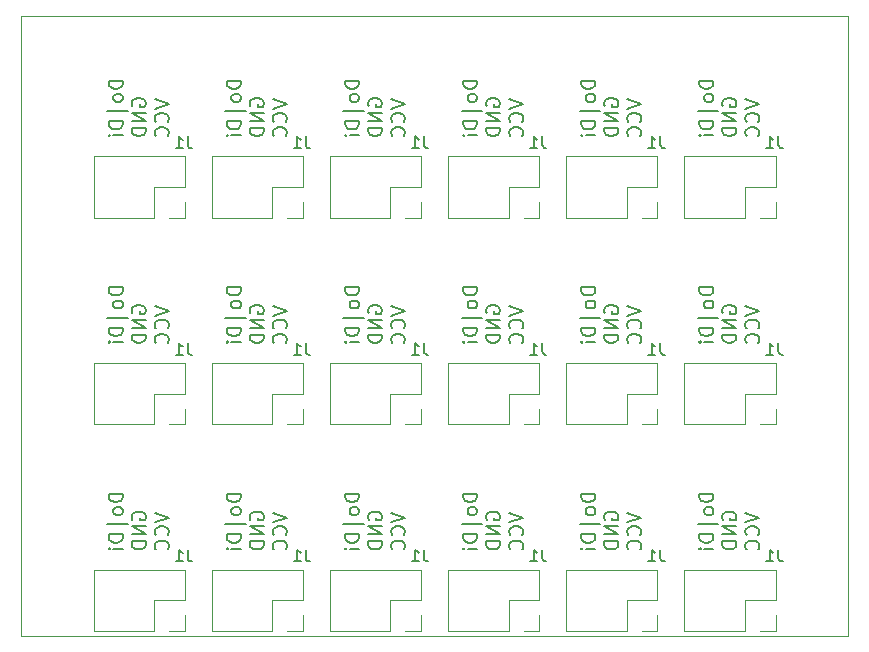
<source format=gbr>
G04 #@! TF.GenerationSoftware,KiCad,Pcbnew,5.1.10-88a1d61d58~90~ubuntu21.04.1*
G04 #@! TF.CreationDate,2021-10-15T10:00:42+02:00*
G04 #@! TF.ProjectId,IndicatorLeds,496e6469-6361-4746-9f72-4c6564732e6b,rev?*
G04 #@! TF.SameCoordinates,Original*
G04 #@! TF.FileFunction,Legend,Bot*
G04 #@! TF.FilePolarity,Positive*
%FSLAX46Y46*%
G04 Gerber Fmt 4.6, Leading zero omitted, Abs format (unit mm)*
G04 Created by KiCad (PCBNEW 5.1.10-88a1d61d58~90~ubuntu21.04.1) date 2021-10-15 10:00:42*
%MOMM*%
%LPD*%
G01*
G04 APERTURE LIST*
G04 #@! TA.AperFunction,Profile*
%ADD10C,0.100000*%
G04 #@! TD*
%ADD11C,0.150000*%
%ADD12C,0.120000*%
G04 APERTURE END LIST*
D10*
X45000000Y-49999000D02*
X110000000Y-49999000D01*
X45000000Y-102501000D02*
X45000000Y-49999000D01*
X115001000Y-102501000D02*
X45000000Y-102501000D01*
X115001000Y-49999000D02*
X115001000Y-102501000D01*
X110000000Y-49999000D02*
X115001000Y-49999000D01*
D11*
X103592883Y-90488225D02*
X102392883Y-90488225D01*
X102392883Y-90773939D01*
X102450026Y-90945368D01*
X102564311Y-91059653D01*
X102678597Y-91116796D01*
X102907168Y-91173939D01*
X103078597Y-91173939D01*
X103307168Y-91116796D01*
X103421454Y-91059653D01*
X103535740Y-90945368D01*
X103592883Y-90773939D01*
X103592883Y-90488225D01*
X103592883Y-91859653D02*
X103535740Y-91745368D01*
X103478597Y-91688225D01*
X103364311Y-91631082D01*
X103021454Y-91631082D01*
X102907168Y-91688225D01*
X102850026Y-91745368D01*
X102792883Y-91859653D01*
X102792883Y-92031082D01*
X102850026Y-92145368D01*
X102907168Y-92202511D01*
X103021454Y-92259653D01*
X103364311Y-92259653D01*
X103478597Y-92202511D01*
X103535740Y-92145368D01*
X103592883Y-92031082D01*
X103592883Y-91859653D01*
X103992883Y-93059653D02*
X102278597Y-93059653D01*
X103592883Y-93916796D02*
X102392883Y-93916796D01*
X102392883Y-94202511D01*
X102450026Y-94373939D01*
X102564311Y-94488225D01*
X102678597Y-94545368D01*
X102907168Y-94602511D01*
X103078597Y-94602511D01*
X103307168Y-94545368D01*
X103421454Y-94488225D01*
X103535740Y-94373939D01*
X103592883Y-94202511D01*
X103592883Y-93916796D01*
X103592883Y-95116796D02*
X102792883Y-95116796D01*
X102392883Y-95116796D02*
X102450026Y-95059653D01*
X102507168Y-95116796D01*
X102450026Y-95173939D01*
X102392883Y-95116796D01*
X102507168Y-95116796D01*
X104400026Y-92659653D02*
X104342883Y-92545368D01*
X104342883Y-92373939D01*
X104400026Y-92202511D01*
X104514311Y-92088225D01*
X104628597Y-92031082D01*
X104857168Y-91973939D01*
X105028597Y-91973939D01*
X105257168Y-92031082D01*
X105371454Y-92088225D01*
X105485740Y-92202511D01*
X105542883Y-92373939D01*
X105542883Y-92488225D01*
X105485740Y-92659653D01*
X105428597Y-92716796D01*
X105028597Y-92716796D01*
X105028597Y-92488225D01*
X105542883Y-93231082D02*
X104342883Y-93231082D01*
X105542883Y-93916796D01*
X104342883Y-93916796D01*
X105542883Y-94488225D02*
X104342883Y-94488225D01*
X104342883Y-94773939D01*
X104400026Y-94945368D01*
X104514311Y-95059653D01*
X104628597Y-95116796D01*
X104857168Y-95173939D01*
X105028597Y-95173939D01*
X105257168Y-95116796D01*
X105371454Y-95059653D01*
X105485740Y-94945368D01*
X105542883Y-94773939D01*
X105542883Y-94488225D01*
X106292883Y-92088225D02*
X107492883Y-92488225D01*
X106292883Y-92888225D01*
X107378597Y-93973939D02*
X107435740Y-93916796D01*
X107492883Y-93745368D01*
X107492883Y-93631082D01*
X107435740Y-93459653D01*
X107321454Y-93345368D01*
X107207168Y-93288225D01*
X106978597Y-93231082D01*
X106807168Y-93231082D01*
X106578597Y-93288225D01*
X106464311Y-93345368D01*
X106350026Y-93459653D01*
X106292883Y-93631082D01*
X106292883Y-93745368D01*
X106350026Y-93916796D01*
X106407168Y-93973939D01*
X107378597Y-95173939D02*
X107435740Y-95116796D01*
X107492883Y-94945368D01*
X107492883Y-94831082D01*
X107435740Y-94659653D01*
X107321454Y-94545368D01*
X107207168Y-94488225D01*
X106978597Y-94431082D01*
X106807168Y-94431082D01*
X106578597Y-94488225D01*
X106464311Y-94545368D01*
X106350026Y-94659653D01*
X106292883Y-94831082D01*
X106292883Y-94945368D01*
X106350026Y-95116796D01*
X106407168Y-95173939D01*
X93592878Y-90488225D02*
X92392878Y-90488225D01*
X92392878Y-90773939D01*
X92450021Y-90945368D01*
X92564306Y-91059653D01*
X92678592Y-91116796D01*
X92907163Y-91173939D01*
X93078592Y-91173939D01*
X93307163Y-91116796D01*
X93421449Y-91059653D01*
X93535735Y-90945368D01*
X93592878Y-90773939D01*
X93592878Y-90488225D01*
X93592878Y-91859653D02*
X93535735Y-91745368D01*
X93478592Y-91688225D01*
X93364306Y-91631082D01*
X93021449Y-91631082D01*
X92907163Y-91688225D01*
X92850021Y-91745368D01*
X92792878Y-91859653D01*
X92792878Y-92031082D01*
X92850021Y-92145368D01*
X92907163Y-92202511D01*
X93021449Y-92259653D01*
X93364306Y-92259653D01*
X93478592Y-92202511D01*
X93535735Y-92145368D01*
X93592878Y-92031082D01*
X93592878Y-91859653D01*
X93992878Y-93059653D02*
X92278592Y-93059653D01*
X93592878Y-93916796D02*
X92392878Y-93916796D01*
X92392878Y-94202511D01*
X92450021Y-94373939D01*
X92564306Y-94488225D01*
X92678592Y-94545368D01*
X92907163Y-94602511D01*
X93078592Y-94602511D01*
X93307163Y-94545368D01*
X93421449Y-94488225D01*
X93535735Y-94373939D01*
X93592878Y-94202511D01*
X93592878Y-93916796D01*
X93592878Y-95116796D02*
X92792878Y-95116796D01*
X92392878Y-95116796D02*
X92450021Y-95059653D01*
X92507163Y-95116796D01*
X92450021Y-95173939D01*
X92392878Y-95116796D01*
X92507163Y-95116796D01*
X94400021Y-92659653D02*
X94342878Y-92545368D01*
X94342878Y-92373939D01*
X94400021Y-92202511D01*
X94514306Y-92088225D01*
X94628592Y-92031082D01*
X94857163Y-91973939D01*
X95028592Y-91973939D01*
X95257163Y-92031082D01*
X95371449Y-92088225D01*
X95485735Y-92202511D01*
X95542878Y-92373939D01*
X95542878Y-92488225D01*
X95485735Y-92659653D01*
X95428592Y-92716796D01*
X95028592Y-92716796D01*
X95028592Y-92488225D01*
X95542878Y-93231082D02*
X94342878Y-93231082D01*
X95542878Y-93916796D01*
X94342878Y-93916796D01*
X95542878Y-94488225D02*
X94342878Y-94488225D01*
X94342878Y-94773939D01*
X94400021Y-94945368D01*
X94514306Y-95059653D01*
X94628592Y-95116796D01*
X94857163Y-95173939D01*
X95028592Y-95173939D01*
X95257163Y-95116796D01*
X95371449Y-95059653D01*
X95485735Y-94945368D01*
X95542878Y-94773939D01*
X95542878Y-94488225D01*
X96292878Y-92088225D02*
X97492878Y-92488225D01*
X96292878Y-92888225D01*
X97378592Y-93973939D02*
X97435735Y-93916796D01*
X97492878Y-93745368D01*
X97492878Y-93631082D01*
X97435735Y-93459653D01*
X97321449Y-93345368D01*
X97207163Y-93288225D01*
X96978592Y-93231082D01*
X96807163Y-93231082D01*
X96578592Y-93288225D01*
X96464306Y-93345368D01*
X96350021Y-93459653D01*
X96292878Y-93631082D01*
X96292878Y-93745368D01*
X96350021Y-93916796D01*
X96407163Y-93973939D01*
X97378592Y-95173939D02*
X97435735Y-95116796D01*
X97492878Y-94945368D01*
X97492878Y-94831082D01*
X97435735Y-94659653D01*
X97321449Y-94545368D01*
X97207163Y-94488225D01*
X96978592Y-94431082D01*
X96807163Y-94431082D01*
X96578592Y-94488225D01*
X96464306Y-94545368D01*
X96350021Y-94659653D01*
X96292878Y-94831082D01*
X96292878Y-94945368D01*
X96350021Y-95116796D01*
X96407163Y-95173939D01*
X83592873Y-90488225D02*
X82392873Y-90488225D01*
X82392873Y-90773939D01*
X82450016Y-90945368D01*
X82564301Y-91059653D01*
X82678587Y-91116796D01*
X82907158Y-91173939D01*
X83078587Y-91173939D01*
X83307158Y-91116796D01*
X83421444Y-91059653D01*
X83535730Y-90945368D01*
X83592873Y-90773939D01*
X83592873Y-90488225D01*
X83592873Y-91859653D02*
X83535730Y-91745368D01*
X83478587Y-91688225D01*
X83364301Y-91631082D01*
X83021444Y-91631082D01*
X82907158Y-91688225D01*
X82850016Y-91745368D01*
X82792873Y-91859653D01*
X82792873Y-92031082D01*
X82850016Y-92145368D01*
X82907158Y-92202511D01*
X83021444Y-92259653D01*
X83364301Y-92259653D01*
X83478587Y-92202511D01*
X83535730Y-92145368D01*
X83592873Y-92031082D01*
X83592873Y-91859653D01*
X83992873Y-93059653D02*
X82278587Y-93059653D01*
X83592873Y-93916796D02*
X82392873Y-93916796D01*
X82392873Y-94202511D01*
X82450016Y-94373939D01*
X82564301Y-94488225D01*
X82678587Y-94545368D01*
X82907158Y-94602511D01*
X83078587Y-94602511D01*
X83307158Y-94545368D01*
X83421444Y-94488225D01*
X83535730Y-94373939D01*
X83592873Y-94202511D01*
X83592873Y-93916796D01*
X83592873Y-95116796D02*
X82792873Y-95116796D01*
X82392873Y-95116796D02*
X82450016Y-95059653D01*
X82507158Y-95116796D01*
X82450016Y-95173939D01*
X82392873Y-95116796D01*
X82507158Y-95116796D01*
X84400016Y-92659653D02*
X84342873Y-92545368D01*
X84342873Y-92373939D01*
X84400016Y-92202511D01*
X84514301Y-92088225D01*
X84628587Y-92031082D01*
X84857158Y-91973939D01*
X85028587Y-91973939D01*
X85257158Y-92031082D01*
X85371444Y-92088225D01*
X85485730Y-92202511D01*
X85542873Y-92373939D01*
X85542873Y-92488225D01*
X85485730Y-92659653D01*
X85428587Y-92716796D01*
X85028587Y-92716796D01*
X85028587Y-92488225D01*
X85542873Y-93231082D02*
X84342873Y-93231082D01*
X85542873Y-93916796D01*
X84342873Y-93916796D01*
X85542873Y-94488225D02*
X84342873Y-94488225D01*
X84342873Y-94773939D01*
X84400016Y-94945368D01*
X84514301Y-95059653D01*
X84628587Y-95116796D01*
X84857158Y-95173939D01*
X85028587Y-95173939D01*
X85257158Y-95116796D01*
X85371444Y-95059653D01*
X85485730Y-94945368D01*
X85542873Y-94773939D01*
X85542873Y-94488225D01*
X86292873Y-92088225D02*
X87492873Y-92488225D01*
X86292873Y-92888225D01*
X87378587Y-93973939D02*
X87435730Y-93916796D01*
X87492873Y-93745368D01*
X87492873Y-93631082D01*
X87435730Y-93459653D01*
X87321444Y-93345368D01*
X87207158Y-93288225D01*
X86978587Y-93231082D01*
X86807158Y-93231082D01*
X86578587Y-93288225D01*
X86464301Y-93345368D01*
X86350016Y-93459653D01*
X86292873Y-93631082D01*
X86292873Y-93745368D01*
X86350016Y-93916796D01*
X86407158Y-93973939D01*
X87378587Y-95173939D02*
X87435730Y-95116796D01*
X87492873Y-94945368D01*
X87492873Y-94831082D01*
X87435730Y-94659653D01*
X87321444Y-94545368D01*
X87207158Y-94488225D01*
X86978587Y-94431082D01*
X86807158Y-94431082D01*
X86578587Y-94488225D01*
X86464301Y-94545368D01*
X86350016Y-94659653D01*
X86292873Y-94831082D01*
X86292873Y-94945368D01*
X86350016Y-95116796D01*
X86407158Y-95173939D01*
X73592868Y-90488225D02*
X72392868Y-90488225D01*
X72392868Y-90773939D01*
X72450011Y-90945368D01*
X72564296Y-91059653D01*
X72678582Y-91116796D01*
X72907153Y-91173939D01*
X73078582Y-91173939D01*
X73307153Y-91116796D01*
X73421439Y-91059653D01*
X73535725Y-90945368D01*
X73592868Y-90773939D01*
X73592868Y-90488225D01*
X73592868Y-91859653D02*
X73535725Y-91745368D01*
X73478582Y-91688225D01*
X73364296Y-91631082D01*
X73021439Y-91631082D01*
X72907153Y-91688225D01*
X72850011Y-91745368D01*
X72792868Y-91859653D01*
X72792868Y-92031082D01*
X72850011Y-92145368D01*
X72907153Y-92202511D01*
X73021439Y-92259653D01*
X73364296Y-92259653D01*
X73478582Y-92202511D01*
X73535725Y-92145368D01*
X73592868Y-92031082D01*
X73592868Y-91859653D01*
X73992868Y-93059653D02*
X72278582Y-93059653D01*
X73592868Y-93916796D02*
X72392868Y-93916796D01*
X72392868Y-94202511D01*
X72450011Y-94373939D01*
X72564296Y-94488225D01*
X72678582Y-94545368D01*
X72907153Y-94602511D01*
X73078582Y-94602511D01*
X73307153Y-94545368D01*
X73421439Y-94488225D01*
X73535725Y-94373939D01*
X73592868Y-94202511D01*
X73592868Y-93916796D01*
X73592868Y-95116796D02*
X72792868Y-95116796D01*
X72392868Y-95116796D02*
X72450011Y-95059653D01*
X72507153Y-95116796D01*
X72450011Y-95173939D01*
X72392868Y-95116796D01*
X72507153Y-95116796D01*
X74400011Y-92659653D02*
X74342868Y-92545368D01*
X74342868Y-92373939D01*
X74400011Y-92202511D01*
X74514296Y-92088225D01*
X74628582Y-92031082D01*
X74857153Y-91973939D01*
X75028582Y-91973939D01*
X75257153Y-92031082D01*
X75371439Y-92088225D01*
X75485725Y-92202511D01*
X75542868Y-92373939D01*
X75542868Y-92488225D01*
X75485725Y-92659653D01*
X75428582Y-92716796D01*
X75028582Y-92716796D01*
X75028582Y-92488225D01*
X75542868Y-93231082D02*
X74342868Y-93231082D01*
X75542868Y-93916796D01*
X74342868Y-93916796D01*
X75542868Y-94488225D02*
X74342868Y-94488225D01*
X74342868Y-94773939D01*
X74400011Y-94945368D01*
X74514296Y-95059653D01*
X74628582Y-95116796D01*
X74857153Y-95173939D01*
X75028582Y-95173939D01*
X75257153Y-95116796D01*
X75371439Y-95059653D01*
X75485725Y-94945368D01*
X75542868Y-94773939D01*
X75542868Y-94488225D01*
X76292868Y-92088225D02*
X77492868Y-92488225D01*
X76292868Y-92888225D01*
X77378582Y-93973939D02*
X77435725Y-93916796D01*
X77492868Y-93745368D01*
X77492868Y-93631082D01*
X77435725Y-93459653D01*
X77321439Y-93345368D01*
X77207153Y-93288225D01*
X76978582Y-93231082D01*
X76807153Y-93231082D01*
X76578582Y-93288225D01*
X76464296Y-93345368D01*
X76350011Y-93459653D01*
X76292868Y-93631082D01*
X76292868Y-93745368D01*
X76350011Y-93916796D01*
X76407153Y-93973939D01*
X77378582Y-95173939D02*
X77435725Y-95116796D01*
X77492868Y-94945368D01*
X77492868Y-94831082D01*
X77435725Y-94659653D01*
X77321439Y-94545368D01*
X77207153Y-94488225D01*
X76978582Y-94431082D01*
X76807153Y-94431082D01*
X76578582Y-94488225D01*
X76464296Y-94545368D01*
X76350011Y-94659653D01*
X76292868Y-94831082D01*
X76292868Y-94945368D01*
X76350011Y-95116796D01*
X76407153Y-95173939D01*
X63592863Y-90488225D02*
X62392863Y-90488225D01*
X62392863Y-90773939D01*
X62450006Y-90945368D01*
X62564291Y-91059653D01*
X62678577Y-91116796D01*
X62907148Y-91173939D01*
X63078577Y-91173939D01*
X63307148Y-91116796D01*
X63421434Y-91059653D01*
X63535720Y-90945368D01*
X63592863Y-90773939D01*
X63592863Y-90488225D01*
X63592863Y-91859653D02*
X63535720Y-91745368D01*
X63478577Y-91688225D01*
X63364291Y-91631082D01*
X63021434Y-91631082D01*
X62907148Y-91688225D01*
X62850006Y-91745368D01*
X62792863Y-91859653D01*
X62792863Y-92031082D01*
X62850006Y-92145368D01*
X62907148Y-92202511D01*
X63021434Y-92259653D01*
X63364291Y-92259653D01*
X63478577Y-92202511D01*
X63535720Y-92145368D01*
X63592863Y-92031082D01*
X63592863Y-91859653D01*
X63992863Y-93059653D02*
X62278577Y-93059653D01*
X63592863Y-93916796D02*
X62392863Y-93916796D01*
X62392863Y-94202511D01*
X62450006Y-94373939D01*
X62564291Y-94488225D01*
X62678577Y-94545368D01*
X62907148Y-94602511D01*
X63078577Y-94602511D01*
X63307148Y-94545368D01*
X63421434Y-94488225D01*
X63535720Y-94373939D01*
X63592863Y-94202511D01*
X63592863Y-93916796D01*
X63592863Y-95116796D02*
X62792863Y-95116796D01*
X62392863Y-95116796D02*
X62450006Y-95059653D01*
X62507148Y-95116796D01*
X62450006Y-95173939D01*
X62392863Y-95116796D01*
X62507148Y-95116796D01*
X64400006Y-92659653D02*
X64342863Y-92545368D01*
X64342863Y-92373939D01*
X64400006Y-92202511D01*
X64514291Y-92088225D01*
X64628577Y-92031082D01*
X64857148Y-91973939D01*
X65028577Y-91973939D01*
X65257148Y-92031082D01*
X65371434Y-92088225D01*
X65485720Y-92202511D01*
X65542863Y-92373939D01*
X65542863Y-92488225D01*
X65485720Y-92659653D01*
X65428577Y-92716796D01*
X65028577Y-92716796D01*
X65028577Y-92488225D01*
X65542863Y-93231082D02*
X64342863Y-93231082D01*
X65542863Y-93916796D01*
X64342863Y-93916796D01*
X65542863Y-94488225D02*
X64342863Y-94488225D01*
X64342863Y-94773939D01*
X64400006Y-94945368D01*
X64514291Y-95059653D01*
X64628577Y-95116796D01*
X64857148Y-95173939D01*
X65028577Y-95173939D01*
X65257148Y-95116796D01*
X65371434Y-95059653D01*
X65485720Y-94945368D01*
X65542863Y-94773939D01*
X65542863Y-94488225D01*
X66292863Y-92088225D02*
X67492863Y-92488225D01*
X66292863Y-92888225D01*
X67378577Y-93973939D02*
X67435720Y-93916796D01*
X67492863Y-93745368D01*
X67492863Y-93631082D01*
X67435720Y-93459653D01*
X67321434Y-93345368D01*
X67207148Y-93288225D01*
X66978577Y-93231082D01*
X66807148Y-93231082D01*
X66578577Y-93288225D01*
X66464291Y-93345368D01*
X66350006Y-93459653D01*
X66292863Y-93631082D01*
X66292863Y-93745368D01*
X66350006Y-93916796D01*
X66407148Y-93973939D01*
X67378577Y-95173939D02*
X67435720Y-95116796D01*
X67492863Y-94945368D01*
X67492863Y-94831082D01*
X67435720Y-94659653D01*
X67321434Y-94545368D01*
X67207148Y-94488225D01*
X66978577Y-94431082D01*
X66807148Y-94431082D01*
X66578577Y-94488225D01*
X66464291Y-94545368D01*
X66350006Y-94659653D01*
X66292863Y-94831082D01*
X66292863Y-94945368D01*
X66350006Y-95116796D01*
X66407148Y-95173939D01*
X53592858Y-90488225D02*
X52392858Y-90488225D01*
X52392858Y-90773939D01*
X52450001Y-90945368D01*
X52564286Y-91059653D01*
X52678572Y-91116796D01*
X52907143Y-91173939D01*
X53078572Y-91173939D01*
X53307143Y-91116796D01*
X53421429Y-91059653D01*
X53535715Y-90945368D01*
X53592858Y-90773939D01*
X53592858Y-90488225D01*
X53592858Y-91859653D02*
X53535715Y-91745368D01*
X53478572Y-91688225D01*
X53364286Y-91631082D01*
X53021429Y-91631082D01*
X52907143Y-91688225D01*
X52850001Y-91745368D01*
X52792858Y-91859653D01*
X52792858Y-92031082D01*
X52850001Y-92145368D01*
X52907143Y-92202511D01*
X53021429Y-92259653D01*
X53364286Y-92259653D01*
X53478572Y-92202511D01*
X53535715Y-92145368D01*
X53592858Y-92031082D01*
X53592858Y-91859653D01*
X53992858Y-93059653D02*
X52278572Y-93059653D01*
X53592858Y-93916796D02*
X52392858Y-93916796D01*
X52392858Y-94202511D01*
X52450001Y-94373939D01*
X52564286Y-94488225D01*
X52678572Y-94545368D01*
X52907143Y-94602511D01*
X53078572Y-94602511D01*
X53307143Y-94545368D01*
X53421429Y-94488225D01*
X53535715Y-94373939D01*
X53592858Y-94202511D01*
X53592858Y-93916796D01*
X53592858Y-95116796D02*
X52792858Y-95116796D01*
X52392858Y-95116796D02*
X52450001Y-95059653D01*
X52507143Y-95116796D01*
X52450001Y-95173939D01*
X52392858Y-95116796D01*
X52507143Y-95116796D01*
X54400001Y-92659653D02*
X54342858Y-92545368D01*
X54342858Y-92373939D01*
X54400001Y-92202511D01*
X54514286Y-92088225D01*
X54628572Y-92031082D01*
X54857143Y-91973939D01*
X55028572Y-91973939D01*
X55257143Y-92031082D01*
X55371429Y-92088225D01*
X55485715Y-92202511D01*
X55542858Y-92373939D01*
X55542858Y-92488225D01*
X55485715Y-92659653D01*
X55428572Y-92716796D01*
X55028572Y-92716796D01*
X55028572Y-92488225D01*
X55542858Y-93231082D02*
X54342858Y-93231082D01*
X55542858Y-93916796D01*
X54342858Y-93916796D01*
X55542858Y-94488225D02*
X54342858Y-94488225D01*
X54342858Y-94773939D01*
X54400001Y-94945368D01*
X54514286Y-95059653D01*
X54628572Y-95116796D01*
X54857143Y-95173939D01*
X55028572Y-95173939D01*
X55257143Y-95116796D01*
X55371429Y-95059653D01*
X55485715Y-94945368D01*
X55542858Y-94773939D01*
X55542858Y-94488225D01*
X56292858Y-92088225D02*
X57492858Y-92488225D01*
X56292858Y-92888225D01*
X57378572Y-93973939D02*
X57435715Y-93916796D01*
X57492858Y-93745368D01*
X57492858Y-93631082D01*
X57435715Y-93459653D01*
X57321429Y-93345368D01*
X57207143Y-93288225D01*
X56978572Y-93231082D01*
X56807143Y-93231082D01*
X56578572Y-93288225D01*
X56464286Y-93345368D01*
X56350001Y-93459653D01*
X56292858Y-93631082D01*
X56292858Y-93745368D01*
X56350001Y-93916796D01*
X56407143Y-93973939D01*
X57378572Y-95173939D02*
X57435715Y-95116796D01*
X57492858Y-94945368D01*
X57492858Y-94831082D01*
X57435715Y-94659653D01*
X57321429Y-94545368D01*
X57207143Y-94488225D01*
X56978572Y-94431082D01*
X56807143Y-94431082D01*
X56578572Y-94488225D01*
X56464286Y-94545368D01*
X56350001Y-94659653D01*
X56292858Y-94831082D01*
X56292858Y-94945368D01*
X56350001Y-95116796D01*
X56407143Y-95173939D01*
X103592883Y-72988220D02*
X102392883Y-72988220D01*
X102392883Y-73273934D01*
X102450026Y-73445363D01*
X102564311Y-73559648D01*
X102678597Y-73616791D01*
X102907168Y-73673934D01*
X103078597Y-73673934D01*
X103307168Y-73616791D01*
X103421454Y-73559648D01*
X103535740Y-73445363D01*
X103592883Y-73273934D01*
X103592883Y-72988220D01*
X103592883Y-74359648D02*
X103535740Y-74245363D01*
X103478597Y-74188220D01*
X103364311Y-74131077D01*
X103021454Y-74131077D01*
X102907168Y-74188220D01*
X102850026Y-74245363D01*
X102792883Y-74359648D01*
X102792883Y-74531077D01*
X102850026Y-74645363D01*
X102907168Y-74702506D01*
X103021454Y-74759648D01*
X103364311Y-74759648D01*
X103478597Y-74702506D01*
X103535740Y-74645363D01*
X103592883Y-74531077D01*
X103592883Y-74359648D01*
X103992883Y-75559648D02*
X102278597Y-75559648D01*
X103592883Y-76416791D02*
X102392883Y-76416791D01*
X102392883Y-76702506D01*
X102450026Y-76873934D01*
X102564311Y-76988220D01*
X102678597Y-77045363D01*
X102907168Y-77102506D01*
X103078597Y-77102506D01*
X103307168Y-77045363D01*
X103421454Y-76988220D01*
X103535740Y-76873934D01*
X103592883Y-76702506D01*
X103592883Y-76416791D01*
X103592883Y-77616791D02*
X102792883Y-77616791D01*
X102392883Y-77616791D02*
X102450026Y-77559648D01*
X102507168Y-77616791D01*
X102450026Y-77673934D01*
X102392883Y-77616791D01*
X102507168Y-77616791D01*
X104400026Y-75159648D02*
X104342883Y-75045363D01*
X104342883Y-74873934D01*
X104400026Y-74702506D01*
X104514311Y-74588220D01*
X104628597Y-74531077D01*
X104857168Y-74473934D01*
X105028597Y-74473934D01*
X105257168Y-74531077D01*
X105371454Y-74588220D01*
X105485740Y-74702506D01*
X105542883Y-74873934D01*
X105542883Y-74988220D01*
X105485740Y-75159648D01*
X105428597Y-75216791D01*
X105028597Y-75216791D01*
X105028597Y-74988220D01*
X105542883Y-75731077D02*
X104342883Y-75731077D01*
X105542883Y-76416791D01*
X104342883Y-76416791D01*
X105542883Y-76988220D02*
X104342883Y-76988220D01*
X104342883Y-77273934D01*
X104400026Y-77445363D01*
X104514311Y-77559648D01*
X104628597Y-77616791D01*
X104857168Y-77673934D01*
X105028597Y-77673934D01*
X105257168Y-77616791D01*
X105371454Y-77559648D01*
X105485740Y-77445363D01*
X105542883Y-77273934D01*
X105542883Y-76988220D01*
X106292883Y-74588220D02*
X107492883Y-74988220D01*
X106292883Y-75388220D01*
X107378597Y-76473934D02*
X107435740Y-76416791D01*
X107492883Y-76245363D01*
X107492883Y-76131077D01*
X107435740Y-75959648D01*
X107321454Y-75845363D01*
X107207168Y-75788220D01*
X106978597Y-75731077D01*
X106807168Y-75731077D01*
X106578597Y-75788220D01*
X106464311Y-75845363D01*
X106350026Y-75959648D01*
X106292883Y-76131077D01*
X106292883Y-76245363D01*
X106350026Y-76416791D01*
X106407168Y-76473934D01*
X107378597Y-77673934D02*
X107435740Y-77616791D01*
X107492883Y-77445363D01*
X107492883Y-77331077D01*
X107435740Y-77159648D01*
X107321454Y-77045363D01*
X107207168Y-76988220D01*
X106978597Y-76931077D01*
X106807168Y-76931077D01*
X106578597Y-76988220D01*
X106464311Y-77045363D01*
X106350026Y-77159648D01*
X106292883Y-77331077D01*
X106292883Y-77445363D01*
X106350026Y-77616791D01*
X106407168Y-77673934D01*
X93592878Y-72988220D02*
X92392878Y-72988220D01*
X92392878Y-73273934D01*
X92450021Y-73445363D01*
X92564306Y-73559648D01*
X92678592Y-73616791D01*
X92907163Y-73673934D01*
X93078592Y-73673934D01*
X93307163Y-73616791D01*
X93421449Y-73559648D01*
X93535735Y-73445363D01*
X93592878Y-73273934D01*
X93592878Y-72988220D01*
X93592878Y-74359648D02*
X93535735Y-74245363D01*
X93478592Y-74188220D01*
X93364306Y-74131077D01*
X93021449Y-74131077D01*
X92907163Y-74188220D01*
X92850021Y-74245363D01*
X92792878Y-74359648D01*
X92792878Y-74531077D01*
X92850021Y-74645363D01*
X92907163Y-74702506D01*
X93021449Y-74759648D01*
X93364306Y-74759648D01*
X93478592Y-74702506D01*
X93535735Y-74645363D01*
X93592878Y-74531077D01*
X93592878Y-74359648D01*
X93992878Y-75559648D02*
X92278592Y-75559648D01*
X93592878Y-76416791D02*
X92392878Y-76416791D01*
X92392878Y-76702506D01*
X92450021Y-76873934D01*
X92564306Y-76988220D01*
X92678592Y-77045363D01*
X92907163Y-77102506D01*
X93078592Y-77102506D01*
X93307163Y-77045363D01*
X93421449Y-76988220D01*
X93535735Y-76873934D01*
X93592878Y-76702506D01*
X93592878Y-76416791D01*
X93592878Y-77616791D02*
X92792878Y-77616791D01*
X92392878Y-77616791D02*
X92450021Y-77559648D01*
X92507163Y-77616791D01*
X92450021Y-77673934D01*
X92392878Y-77616791D01*
X92507163Y-77616791D01*
X94400021Y-75159648D02*
X94342878Y-75045363D01*
X94342878Y-74873934D01*
X94400021Y-74702506D01*
X94514306Y-74588220D01*
X94628592Y-74531077D01*
X94857163Y-74473934D01*
X95028592Y-74473934D01*
X95257163Y-74531077D01*
X95371449Y-74588220D01*
X95485735Y-74702506D01*
X95542878Y-74873934D01*
X95542878Y-74988220D01*
X95485735Y-75159648D01*
X95428592Y-75216791D01*
X95028592Y-75216791D01*
X95028592Y-74988220D01*
X95542878Y-75731077D02*
X94342878Y-75731077D01*
X95542878Y-76416791D01*
X94342878Y-76416791D01*
X95542878Y-76988220D02*
X94342878Y-76988220D01*
X94342878Y-77273934D01*
X94400021Y-77445363D01*
X94514306Y-77559648D01*
X94628592Y-77616791D01*
X94857163Y-77673934D01*
X95028592Y-77673934D01*
X95257163Y-77616791D01*
X95371449Y-77559648D01*
X95485735Y-77445363D01*
X95542878Y-77273934D01*
X95542878Y-76988220D01*
X96292878Y-74588220D02*
X97492878Y-74988220D01*
X96292878Y-75388220D01*
X97378592Y-76473934D02*
X97435735Y-76416791D01*
X97492878Y-76245363D01*
X97492878Y-76131077D01*
X97435735Y-75959648D01*
X97321449Y-75845363D01*
X97207163Y-75788220D01*
X96978592Y-75731077D01*
X96807163Y-75731077D01*
X96578592Y-75788220D01*
X96464306Y-75845363D01*
X96350021Y-75959648D01*
X96292878Y-76131077D01*
X96292878Y-76245363D01*
X96350021Y-76416791D01*
X96407163Y-76473934D01*
X97378592Y-77673934D02*
X97435735Y-77616791D01*
X97492878Y-77445363D01*
X97492878Y-77331077D01*
X97435735Y-77159648D01*
X97321449Y-77045363D01*
X97207163Y-76988220D01*
X96978592Y-76931077D01*
X96807163Y-76931077D01*
X96578592Y-76988220D01*
X96464306Y-77045363D01*
X96350021Y-77159648D01*
X96292878Y-77331077D01*
X96292878Y-77445363D01*
X96350021Y-77616791D01*
X96407163Y-77673934D01*
X83592873Y-72988220D02*
X82392873Y-72988220D01*
X82392873Y-73273934D01*
X82450016Y-73445363D01*
X82564301Y-73559648D01*
X82678587Y-73616791D01*
X82907158Y-73673934D01*
X83078587Y-73673934D01*
X83307158Y-73616791D01*
X83421444Y-73559648D01*
X83535730Y-73445363D01*
X83592873Y-73273934D01*
X83592873Y-72988220D01*
X83592873Y-74359648D02*
X83535730Y-74245363D01*
X83478587Y-74188220D01*
X83364301Y-74131077D01*
X83021444Y-74131077D01*
X82907158Y-74188220D01*
X82850016Y-74245363D01*
X82792873Y-74359648D01*
X82792873Y-74531077D01*
X82850016Y-74645363D01*
X82907158Y-74702506D01*
X83021444Y-74759648D01*
X83364301Y-74759648D01*
X83478587Y-74702506D01*
X83535730Y-74645363D01*
X83592873Y-74531077D01*
X83592873Y-74359648D01*
X83992873Y-75559648D02*
X82278587Y-75559648D01*
X83592873Y-76416791D02*
X82392873Y-76416791D01*
X82392873Y-76702506D01*
X82450016Y-76873934D01*
X82564301Y-76988220D01*
X82678587Y-77045363D01*
X82907158Y-77102506D01*
X83078587Y-77102506D01*
X83307158Y-77045363D01*
X83421444Y-76988220D01*
X83535730Y-76873934D01*
X83592873Y-76702506D01*
X83592873Y-76416791D01*
X83592873Y-77616791D02*
X82792873Y-77616791D01*
X82392873Y-77616791D02*
X82450016Y-77559648D01*
X82507158Y-77616791D01*
X82450016Y-77673934D01*
X82392873Y-77616791D01*
X82507158Y-77616791D01*
X84400016Y-75159648D02*
X84342873Y-75045363D01*
X84342873Y-74873934D01*
X84400016Y-74702506D01*
X84514301Y-74588220D01*
X84628587Y-74531077D01*
X84857158Y-74473934D01*
X85028587Y-74473934D01*
X85257158Y-74531077D01*
X85371444Y-74588220D01*
X85485730Y-74702506D01*
X85542873Y-74873934D01*
X85542873Y-74988220D01*
X85485730Y-75159648D01*
X85428587Y-75216791D01*
X85028587Y-75216791D01*
X85028587Y-74988220D01*
X85542873Y-75731077D02*
X84342873Y-75731077D01*
X85542873Y-76416791D01*
X84342873Y-76416791D01*
X85542873Y-76988220D02*
X84342873Y-76988220D01*
X84342873Y-77273934D01*
X84400016Y-77445363D01*
X84514301Y-77559648D01*
X84628587Y-77616791D01*
X84857158Y-77673934D01*
X85028587Y-77673934D01*
X85257158Y-77616791D01*
X85371444Y-77559648D01*
X85485730Y-77445363D01*
X85542873Y-77273934D01*
X85542873Y-76988220D01*
X86292873Y-74588220D02*
X87492873Y-74988220D01*
X86292873Y-75388220D01*
X87378587Y-76473934D02*
X87435730Y-76416791D01*
X87492873Y-76245363D01*
X87492873Y-76131077D01*
X87435730Y-75959648D01*
X87321444Y-75845363D01*
X87207158Y-75788220D01*
X86978587Y-75731077D01*
X86807158Y-75731077D01*
X86578587Y-75788220D01*
X86464301Y-75845363D01*
X86350016Y-75959648D01*
X86292873Y-76131077D01*
X86292873Y-76245363D01*
X86350016Y-76416791D01*
X86407158Y-76473934D01*
X87378587Y-77673934D02*
X87435730Y-77616791D01*
X87492873Y-77445363D01*
X87492873Y-77331077D01*
X87435730Y-77159648D01*
X87321444Y-77045363D01*
X87207158Y-76988220D01*
X86978587Y-76931077D01*
X86807158Y-76931077D01*
X86578587Y-76988220D01*
X86464301Y-77045363D01*
X86350016Y-77159648D01*
X86292873Y-77331077D01*
X86292873Y-77445363D01*
X86350016Y-77616791D01*
X86407158Y-77673934D01*
X73592868Y-72988220D02*
X72392868Y-72988220D01*
X72392868Y-73273934D01*
X72450011Y-73445363D01*
X72564296Y-73559648D01*
X72678582Y-73616791D01*
X72907153Y-73673934D01*
X73078582Y-73673934D01*
X73307153Y-73616791D01*
X73421439Y-73559648D01*
X73535725Y-73445363D01*
X73592868Y-73273934D01*
X73592868Y-72988220D01*
X73592868Y-74359648D02*
X73535725Y-74245363D01*
X73478582Y-74188220D01*
X73364296Y-74131077D01*
X73021439Y-74131077D01*
X72907153Y-74188220D01*
X72850011Y-74245363D01*
X72792868Y-74359648D01*
X72792868Y-74531077D01*
X72850011Y-74645363D01*
X72907153Y-74702506D01*
X73021439Y-74759648D01*
X73364296Y-74759648D01*
X73478582Y-74702506D01*
X73535725Y-74645363D01*
X73592868Y-74531077D01*
X73592868Y-74359648D01*
X73992868Y-75559648D02*
X72278582Y-75559648D01*
X73592868Y-76416791D02*
X72392868Y-76416791D01*
X72392868Y-76702506D01*
X72450011Y-76873934D01*
X72564296Y-76988220D01*
X72678582Y-77045363D01*
X72907153Y-77102506D01*
X73078582Y-77102506D01*
X73307153Y-77045363D01*
X73421439Y-76988220D01*
X73535725Y-76873934D01*
X73592868Y-76702506D01*
X73592868Y-76416791D01*
X73592868Y-77616791D02*
X72792868Y-77616791D01*
X72392868Y-77616791D02*
X72450011Y-77559648D01*
X72507153Y-77616791D01*
X72450011Y-77673934D01*
X72392868Y-77616791D01*
X72507153Y-77616791D01*
X74400011Y-75159648D02*
X74342868Y-75045363D01*
X74342868Y-74873934D01*
X74400011Y-74702506D01*
X74514296Y-74588220D01*
X74628582Y-74531077D01*
X74857153Y-74473934D01*
X75028582Y-74473934D01*
X75257153Y-74531077D01*
X75371439Y-74588220D01*
X75485725Y-74702506D01*
X75542868Y-74873934D01*
X75542868Y-74988220D01*
X75485725Y-75159648D01*
X75428582Y-75216791D01*
X75028582Y-75216791D01*
X75028582Y-74988220D01*
X75542868Y-75731077D02*
X74342868Y-75731077D01*
X75542868Y-76416791D01*
X74342868Y-76416791D01*
X75542868Y-76988220D02*
X74342868Y-76988220D01*
X74342868Y-77273934D01*
X74400011Y-77445363D01*
X74514296Y-77559648D01*
X74628582Y-77616791D01*
X74857153Y-77673934D01*
X75028582Y-77673934D01*
X75257153Y-77616791D01*
X75371439Y-77559648D01*
X75485725Y-77445363D01*
X75542868Y-77273934D01*
X75542868Y-76988220D01*
X76292868Y-74588220D02*
X77492868Y-74988220D01*
X76292868Y-75388220D01*
X77378582Y-76473934D02*
X77435725Y-76416791D01*
X77492868Y-76245363D01*
X77492868Y-76131077D01*
X77435725Y-75959648D01*
X77321439Y-75845363D01*
X77207153Y-75788220D01*
X76978582Y-75731077D01*
X76807153Y-75731077D01*
X76578582Y-75788220D01*
X76464296Y-75845363D01*
X76350011Y-75959648D01*
X76292868Y-76131077D01*
X76292868Y-76245363D01*
X76350011Y-76416791D01*
X76407153Y-76473934D01*
X77378582Y-77673934D02*
X77435725Y-77616791D01*
X77492868Y-77445363D01*
X77492868Y-77331077D01*
X77435725Y-77159648D01*
X77321439Y-77045363D01*
X77207153Y-76988220D01*
X76978582Y-76931077D01*
X76807153Y-76931077D01*
X76578582Y-76988220D01*
X76464296Y-77045363D01*
X76350011Y-77159648D01*
X76292868Y-77331077D01*
X76292868Y-77445363D01*
X76350011Y-77616791D01*
X76407153Y-77673934D01*
X63592863Y-72988220D02*
X62392863Y-72988220D01*
X62392863Y-73273934D01*
X62450006Y-73445363D01*
X62564291Y-73559648D01*
X62678577Y-73616791D01*
X62907148Y-73673934D01*
X63078577Y-73673934D01*
X63307148Y-73616791D01*
X63421434Y-73559648D01*
X63535720Y-73445363D01*
X63592863Y-73273934D01*
X63592863Y-72988220D01*
X63592863Y-74359648D02*
X63535720Y-74245363D01*
X63478577Y-74188220D01*
X63364291Y-74131077D01*
X63021434Y-74131077D01*
X62907148Y-74188220D01*
X62850006Y-74245363D01*
X62792863Y-74359648D01*
X62792863Y-74531077D01*
X62850006Y-74645363D01*
X62907148Y-74702506D01*
X63021434Y-74759648D01*
X63364291Y-74759648D01*
X63478577Y-74702506D01*
X63535720Y-74645363D01*
X63592863Y-74531077D01*
X63592863Y-74359648D01*
X63992863Y-75559648D02*
X62278577Y-75559648D01*
X63592863Y-76416791D02*
X62392863Y-76416791D01*
X62392863Y-76702506D01*
X62450006Y-76873934D01*
X62564291Y-76988220D01*
X62678577Y-77045363D01*
X62907148Y-77102506D01*
X63078577Y-77102506D01*
X63307148Y-77045363D01*
X63421434Y-76988220D01*
X63535720Y-76873934D01*
X63592863Y-76702506D01*
X63592863Y-76416791D01*
X63592863Y-77616791D02*
X62792863Y-77616791D01*
X62392863Y-77616791D02*
X62450006Y-77559648D01*
X62507148Y-77616791D01*
X62450006Y-77673934D01*
X62392863Y-77616791D01*
X62507148Y-77616791D01*
X64400006Y-75159648D02*
X64342863Y-75045363D01*
X64342863Y-74873934D01*
X64400006Y-74702506D01*
X64514291Y-74588220D01*
X64628577Y-74531077D01*
X64857148Y-74473934D01*
X65028577Y-74473934D01*
X65257148Y-74531077D01*
X65371434Y-74588220D01*
X65485720Y-74702506D01*
X65542863Y-74873934D01*
X65542863Y-74988220D01*
X65485720Y-75159648D01*
X65428577Y-75216791D01*
X65028577Y-75216791D01*
X65028577Y-74988220D01*
X65542863Y-75731077D02*
X64342863Y-75731077D01*
X65542863Y-76416791D01*
X64342863Y-76416791D01*
X65542863Y-76988220D02*
X64342863Y-76988220D01*
X64342863Y-77273934D01*
X64400006Y-77445363D01*
X64514291Y-77559648D01*
X64628577Y-77616791D01*
X64857148Y-77673934D01*
X65028577Y-77673934D01*
X65257148Y-77616791D01*
X65371434Y-77559648D01*
X65485720Y-77445363D01*
X65542863Y-77273934D01*
X65542863Y-76988220D01*
X66292863Y-74588220D02*
X67492863Y-74988220D01*
X66292863Y-75388220D01*
X67378577Y-76473934D02*
X67435720Y-76416791D01*
X67492863Y-76245363D01*
X67492863Y-76131077D01*
X67435720Y-75959648D01*
X67321434Y-75845363D01*
X67207148Y-75788220D01*
X66978577Y-75731077D01*
X66807148Y-75731077D01*
X66578577Y-75788220D01*
X66464291Y-75845363D01*
X66350006Y-75959648D01*
X66292863Y-76131077D01*
X66292863Y-76245363D01*
X66350006Y-76416791D01*
X66407148Y-76473934D01*
X67378577Y-77673934D02*
X67435720Y-77616791D01*
X67492863Y-77445363D01*
X67492863Y-77331077D01*
X67435720Y-77159648D01*
X67321434Y-77045363D01*
X67207148Y-76988220D01*
X66978577Y-76931077D01*
X66807148Y-76931077D01*
X66578577Y-76988220D01*
X66464291Y-77045363D01*
X66350006Y-77159648D01*
X66292863Y-77331077D01*
X66292863Y-77445363D01*
X66350006Y-77616791D01*
X66407148Y-77673934D01*
X53592858Y-72988220D02*
X52392858Y-72988220D01*
X52392858Y-73273934D01*
X52450001Y-73445363D01*
X52564286Y-73559648D01*
X52678572Y-73616791D01*
X52907143Y-73673934D01*
X53078572Y-73673934D01*
X53307143Y-73616791D01*
X53421429Y-73559648D01*
X53535715Y-73445363D01*
X53592858Y-73273934D01*
X53592858Y-72988220D01*
X53592858Y-74359648D02*
X53535715Y-74245363D01*
X53478572Y-74188220D01*
X53364286Y-74131077D01*
X53021429Y-74131077D01*
X52907143Y-74188220D01*
X52850001Y-74245363D01*
X52792858Y-74359648D01*
X52792858Y-74531077D01*
X52850001Y-74645363D01*
X52907143Y-74702506D01*
X53021429Y-74759648D01*
X53364286Y-74759648D01*
X53478572Y-74702506D01*
X53535715Y-74645363D01*
X53592858Y-74531077D01*
X53592858Y-74359648D01*
X53992858Y-75559648D02*
X52278572Y-75559648D01*
X53592858Y-76416791D02*
X52392858Y-76416791D01*
X52392858Y-76702506D01*
X52450001Y-76873934D01*
X52564286Y-76988220D01*
X52678572Y-77045363D01*
X52907143Y-77102506D01*
X53078572Y-77102506D01*
X53307143Y-77045363D01*
X53421429Y-76988220D01*
X53535715Y-76873934D01*
X53592858Y-76702506D01*
X53592858Y-76416791D01*
X53592858Y-77616791D02*
X52792858Y-77616791D01*
X52392858Y-77616791D02*
X52450001Y-77559648D01*
X52507143Y-77616791D01*
X52450001Y-77673934D01*
X52392858Y-77616791D01*
X52507143Y-77616791D01*
X54400001Y-75159648D02*
X54342858Y-75045363D01*
X54342858Y-74873934D01*
X54400001Y-74702506D01*
X54514286Y-74588220D01*
X54628572Y-74531077D01*
X54857143Y-74473934D01*
X55028572Y-74473934D01*
X55257143Y-74531077D01*
X55371429Y-74588220D01*
X55485715Y-74702506D01*
X55542858Y-74873934D01*
X55542858Y-74988220D01*
X55485715Y-75159648D01*
X55428572Y-75216791D01*
X55028572Y-75216791D01*
X55028572Y-74988220D01*
X55542858Y-75731077D02*
X54342858Y-75731077D01*
X55542858Y-76416791D01*
X54342858Y-76416791D01*
X55542858Y-76988220D02*
X54342858Y-76988220D01*
X54342858Y-77273934D01*
X54400001Y-77445363D01*
X54514286Y-77559648D01*
X54628572Y-77616791D01*
X54857143Y-77673934D01*
X55028572Y-77673934D01*
X55257143Y-77616791D01*
X55371429Y-77559648D01*
X55485715Y-77445363D01*
X55542858Y-77273934D01*
X55542858Y-76988220D01*
X56292858Y-74588220D02*
X57492858Y-74988220D01*
X56292858Y-75388220D01*
X57378572Y-76473934D02*
X57435715Y-76416791D01*
X57492858Y-76245363D01*
X57492858Y-76131077D01*
X57435715Y-75959648D01*
X57321429Y-75845363D01*
X57207143Y-75788220D01*
X56978572Y-75731077D01*
X56807143Y-75731077D01*
X56578572Y-75788220D01*
X56464286Y-75845363D01*
X56350001Y-75959648D01*
X56292858Y-76131077D01*
X56292858Y-76245363D01*
X56350001Y-76416791D01*
X56407143Y-76473934D01*
X57378572Y-77673934D02*
X57435715Y-77616791D01*
X57492858Y-77445363D01*
X57492858Y-77331077D01*
X57435715Y-77159648D01*
X57321429Y-77045363D01*
X57207143Y-76988220D01*
X56978572Y-76931077D01*
X56807143Y-76931077D01*
X56578572Y-76988220D01*
X56464286Y-77045363D01*
X56350001Y-77159648D01*
X56292858Y-77331077D01*
X56292858Y-77445363D01*
X56350001Y-77616791D01*
X56407143Y-77673934D01*
X103592883Y-55488215D02*
X102392883Y-55488215D01*
X102392883Y-55773929D01*
X102450026Y-55945358D01*
X102564311Y-56059643D01*
X102678597Y-56116786D01*
X102907168Y-56173929D01*
X103078597Y-56173929D01*
X103307168Y-56116786D01*
X103421454Y-56059643D01*
X103535740Y-55945358D01*
X103592883Y-55773929D01*
X103592883Y-55488215D01*
X103592883Y-56859643D02*
X103535740Y-56745358D01*
X103478597Y-56688215D01*
X103364311Y-56631072D01*
X103021454Y-56631072D01*
X102907168Y-56688215D01*
X102850026Y-56745358D01*
X102792883Y-56859643D01*
X102792883Y-57031072D01*
X102850026Y-57145358D01*
X102907168Y-57202501D01*
X103021454Y-57259643D01*
X103364311Y-57259643D01*
X103478597Y-57202501D01*
X103535740Y-57145358D01*
X103592883Y-57031072D01*
X103592883Y-56859643D01*
X103992883Y-58059643D02*
X102278597Y-58059643D01*
X103592883Y-58916786D02*
X102392883Y-58916786D01*
X102392883Y-59202501D01*
X102450026Y-59373929D01*
X102564311Y-59488215D01*
X102678597Y-59545358D01*
X102907168Y-59602501D01*
X103078597Y-59602501D01*
X103307168Y-59545358D01*
X103421454Y-59488215D01*
X103535740Y-59373929D01*
X103592883Y-59202501D01*
X103592883Y-58916786D01*
X103592883Y-60116786D02*
X102792883Y-60116786D01*
X102392883Y-60116786D02*
X102450026Y-60059643D01*
X102507168Y-60116786D01*
X102450026Y-60173929D01*
X102392883Y-60116786D01*
X102507168Y-60116786D01*
X104400026Y-57659643D02*
X104342883Y-57545358D01*
X104342883Y-57373929D01*
X104400026Y-57202501D01*
X104514311Y-57088215D01*
X104628597Y-57031072D01*
X104857168Y-56973929D01*
X105028597Y-56973929D01*
X105257168Y-57031072D01*
X105371454Y-57088215D01*
X105485740Y-57202501D01*
X105542883Y-57373929D01*
X105542883Y-57488215D01*
X105485740Y-57659643D01*
X105428597Y-57716786D01*
X105028597Y-57716786D01*
X105028597Y-57488215D01*
X105542883Y-58231072D02*
X104342883Y-58231072D01*
X105542883Y-58916786D01*
X104342883Y-58916786D01*
X105542883Y-59488215D02*
X104342883Y-59488215D01*
X104342883Y-59773929D01*
X104400026Y-59945358D01*
X104514311Y-60059643D01*
X104628597Y-60116786D01*
X104857168Y-60173929D01*
X105028597Y-60173929D01*
X105257168Y-60116786D01*
X105371454Y-60059643D01*
X105485740Y-59945358D01*
X105542883Y-59773929D01*
X105542883Y-59488215D01*
X106292883Y-57088215D02*
X107492883Y-57488215D01*
X106292883Y-57888215D01*
X107378597Y-58973929D02*
X107435740Y-58916786D01*
X107492883Y-58745358D01*
X107492883Y-58631072D01*
X107435740Y-58459643D01*
X107321454Y-58345358D01*
X107207168Y-58288215D01*
X106978597Y-58231072D01*
X106807168Y-58231072D01*
X106578597Y-58288215D01*
X106464311Y-58345358D01*
X106350026Y-58459643D01*
X106292883Y-58631072D01*
X106292883Y-58745358D01*
X106350026Y-58916786D01*
X106407168Y-58973929D01*
X107378597Y-60173929D02*
X107435740Y-60116786D01*
X107492883Y-59945358D01*
X107492883Y-59831072D01*
X107435740Y-59659643D01*
X107321454Y-59545358D01*
X107207168Y-59488215D01*
X106978597Y-59431072D01*
X106807168Y-59431072D01*
X106578597Y-59488215D01*
X106464311Y-59545358D01*
X106350026Y-59659643D01*
X106292883Y-59831072D01*
X106292883Y-59945358D01*
X106350026Y-60116786D01*
X106407168Y-60173929D01*
X93592878Y-55488215D02*
X92392878Y-55488215D01*
X92392878Y-55773929D01*
X92450021Y-55945358D01*
X92564306Y-56059643D01*
X92678592Y-56116786D01*
X92907163Y-56173929D01*
X93078592Y-56173929D01*
X93307163Y-56116786D01*
X93421449Y-56059643D01*
X93535735Y-55945358D01*
X93592878Y-55773929D01*
X93592878Y-55488215D01*
X93592878Y-56859643D02*
X93535735Y-56745358D01*
X93478592Y-56688215D01*
X93364306Y-56631072D01*
X93021449Y-56631072D01*
X92907163Y-56688215D01*
X92850021Y-56745358D01*
X92792878Y-56859643D01*
X92792878Y-57031072D01*
X92850021Y-57145358D01*
X92907163Y-57202501D01*
X93021449Y-57259643D01*
X93364306Y-57259643D01*
X93478592Y-57202501D01*
X93535735Y-57145358D01*
X93592878Y-57031072D01*
X93592878Y-56859643D01*
X93992878Y-58059643D02*
X92278592Y-58059643D01*
X93592878Y-58916786D02*
X92392878Y-58916786D01*
X92392878Y-59202501D01*
X92450021Y-59373929D01*
X92564306Y-59488215D01*
X92678592Y-59545358D01*
X92907163Y-59602501D01*
X93078592Y-59602501D01*
X93307163Y-59545358D01*
X93421449Y-59488215D01*
X93535735Y-59373929D01*
X93592878Y-59202501D01*
X93592878Y-58916786D01*
X93592878Y-60116786D02*
X92792878Y-60116786D01*
X92392878Y-60116786D02*
X92450021Y-60059643D01*
X92507163Y-60116786D01*
X92450021Y-60173929D01*
X92392878Y-60116786D01*
X92507163Y-60116786D01*
X94400021Y-57659643D02*
X94342878Y-57545358D01*
X94342878Y-57373929D01*
X94400021Y-57202501D01*
X94514306Y-57088215D01*
X94628592Y-57031072D01*
X94857163Y-56973929D01*
X95028592Y-56973929D01*
X95257163Y-57031072D01*
X95371449Y-57088215D01*
X95485735Y-57202501D01*
X95542878Y-57373929D01*
X95542878Y-57488215D01*
X95485735Y-57659643D01*
X95428592Y-57716786D01*
X95028592Y-57716786D01*
X95028592Y-57488215D01*
X95542878Y-58231072D02*
X94342878Y-58231072D01*
X95542878Y-58916786D01*
X94342878Y-58916786D01*
X95542878Y-59488215D02*
X94342878Y-59488215D01*
X94342878Y-59773929D01*
X94400021Y-59945358D01*
X94514306Y-60059643D01*
X94628592Y-60116786D01*
X94857163Y-60173929D01*
X95028592Y-60173929D01*
X95257163Y-60116786D01*
X95371449Y-60059643D01*
X95485735Y-59945358D01*
X95542878Y-59773929D01*
X95542878Y-59488215D01*
X96292878Y-57088215D02*
X97492878Y-57488215D01*
X96292878Y-57888215D01*
X97378592Y-58973929D02*
X97435735Y-58916786D01*
X97492878Y-58745358D01*
X97492878Y-58631072D01*
X97435735Y-58459643D01*
X97321449Y-58345358D01*
X97207163Y-58288215D01*
X96978592Y-58231072D01*
X96807163Y-58231072D01*
X96578592Y-58288215D01*
X96464306Y-58345358D01*
X96350021Y-58459643D01*
X96292878Y-58631072D01*
X96292878Y-58745358D01*
X96350021Y-58916786D01*
X96407163Y-58973929D01*
X97378592Y-60173929D02*
X97435735Y-60116786D01*
X97492878Y-59945358D01*
X97492878Y-59831072D01*
X97435735Y-59659643D01*
X97321449Y-59545358D01*
X97207163Y-59488215D01*
X96978592Y-59431072D01*
X96807163Y-59431072D01*
X96578592Y-59488215D01*
X96464306Y-59545358D01*
X96350021Y-59659643D01*
X96292878Y-59831072D01*
X96292878Y-59945358D01*
X96350021Y-60116786D01*
X96407163Y-60173929D01*
X83592873Y-55488215D02*
X82392873Y-55488215D01*
X82392873Y-55773929D01*
X82450016Y-55945358D01*
X82564301Y-56059643D01*
X82678587Y-56116786D01*
X82907158Y-56173929D01*
X83078587Y-56173929D01*
X83307158Y-56116786D01*
X83421444Y-56059643D01*
X83535730Y-55945358D01*
X83592873Y-55773929D01*
X83592873Y-55488215D01*
X83592873Y-56859643D02*
X83535730Y-56745358D01*
X83478587Y-56688215D01*
X83364301Y-56631072D01*
X83021444Y-56631072D01*
X82907158Y-56688215D01*
X82850016Y-56745358D01*
X82792873Y-56859643D01*
X82792873Y-57031072D01*
X82850016Y-57145358D01*
X82907158Y-57202501D01*
X83021444Y-57259643D01*
X83364301Y-57259643D01*
X83478587Y-57202501D01*
X83535730Y-57145358D01*
X83592873Y-57031072D01*
X83592873Y-56859643D01*
X83992873Y-58059643D02*
X82278587Y-58059643D01*
X83592873Y-58916786D02*
X82392873Y-58916786D01*
X82392873Y-59202501D01*
X82450016Y-59373929D01*
X82564301Y-59488215D01*
X82678587Y-59545358D01*
X82907158Y-59602501D01*
X83078587Y-59602501D01*
X83307158Y-59545358D01*
X83421444Y-59488215D01*
X83535730Y-59373929D01*
X83592873Y-59202501D01*
X83592873Y-58916786D01*
X83592873Y-60116786D02*
X82792873Y-60116786D01*
X82392873Y-60116786D02*
X82450016Y-60059643D01*
X82507158Y-60116786D01*
X82450016Y-60173929D01*
X82392873Y-60116786D01*
X82507158Y-60116786D01*
X84400016Y-57659643D02*
X84342873Y-57545358D01*
X84342873Y-57373929D01*
X84400016Y-57202501D01*
X84514301Y-57088215D01*
X84628587Y-57031072D01*
X84857158Y-56973929D01*
X85028587Y-56973929D01*
X85257158Y-57031072D01*
X85371444Y-57088215D01*
X85485730Y-57202501D01*
X85542873Y-57373929D01*
X85542873Y-57488215D01*
X85485730Y-57659643D01*
X85428587Y-57716786D01*
X85028587Y-57716786D01*
X85028587Y-57488215D01*
X85542873Y-58231072D02*
X84342873Y-58231072D01*
X85542873Y-58916786D01*
X84342873Y-58916786D01*
X85542873Y-59488215D02*
X84342873Y-59488215D01*
X84342873Y-59773929D01*
X84400016Y-59945358D01*
X84514301Y-60059643D01*
X84628587Y-60116786D01*
X84857158Y-60173929D01*
X85028587Y-60173929D01*
X85257158Y-60116786D01*
X85371444Y-60059643D01*
X85485730Y-59945358D01*
X85542873Y-59773929D01*
X85542873Y-59488215D01*
X86292873Y-57088215D02*
X87492873Y-57488215D01*
X86292873Y-57888215D01*
X87378587Y-58973929D02*
X87435730Y-58916786D01*
X87492873Y-58745358D01*
X87492873Y-58631072D01*
X87435730Y-58459643D01*
X87321444Y-58345358D01*
X87207158Y-58288215D01*
X86978587Y-58231072D01*
X86807158Y-58231072D01*
X86578587Y-58288215D01*
X86464301Y-58345358D01*
X86350016Y-58459643D01*
X86292873Y-58631072D01*
X86292873Y-58745358D01*
X86350016Y-58916786D01*
X86407158Y-58973929D01*
X87378587Y-60173929D02*
X87435730Y-60116786D01*
X87492873Y-59945358D01*
X87492873Y-59831072D01*
X87435730Y-59659643D01*
X87321444Y-59545358D01*
X87207158Y-59488215D01*
X86978587Y-59431072D01*
X86807158Y-59431072D01*
X86578587Y-59488215D01*
X86464301Y-59545358D01*
X86350016Y-59659643D01*
X86292873Y-59831072D01*
X86292873Y-59945358D01*
X86350016Y-60116786D01*
X86407158Y-60173929D01*
X73592868Y-55488215D02*
X72392868Y-55488215D01*
X72392868Y-55773929D01*
X72450011Y-55945358D01*
X72564296Y-56059643D01*
X72678582Y-56116786D01*
X72907153Y-56173929D01*
X73078582Y-56173929D01*
X73307153Y-56116786D01*
X73421439Y-56059643D01*
X73535725Y-55945358D01*
X73592868Y-55773929D01*
X73592868Y-55488215D01*
X73592868Y-56859643D02*
X73535725Y-56745358D01*
X73478582Y-56688215D01*
X73364296Y-56631072D01*
X73021439Y-56631072D01*
X72907153Y-56688215D01*
X72850011Y-56745358D01*
X72792868Y-56859643D01*
X72792868Y-57031072D01*
X72850011Y-57145358D01*
X72907153Y-57202501D01*
X73021439Y-57259643D01*
X73364296Y-57259643D01*
X73478582Y-57202501D01*
X73535725Y-57145358D01*
X73592868Y-57031072D01*
X73592868Y-56859643D01*
X73992868Y-58059643D02*
X72278582Y-58059643D01*
X73592868Y-58916786D02*
X72392868Y-58916786D01*
X72392868Y-59202501D01*
X72450011Y-59373929D01*
X72564296Y-59488215D01*
X72678582Y-59545358D01*
X72907153Y-59602501D01*
X73078582Y-59602501D01*
X73307153Y-59545358D01*
X73421439Y-59488215D01*
X73535725Y-59373929D01*
X73592868Y-59202501D01*
X73592868Y-58916786D01*
X73592868Y-60116786D02*
X72792868Y-60116786D01*
X72392868Y-60116786D02*
X72450011Y-60059643D01*
X72507153Y-60116786D01*
X72450011Y-60173929D01*
X72392868Y-60116786D01*
X72507153Y-60116786D01*
X74400011Y-57659643D02*
X74342868Y-57545358D01*
X74342868Y-57373929D01*
X74400011Y-57202501D01*
X74514296Y-57088215D01*
X74628582Y-57031072D01*
X74857153Y-56973929D01*
X75028582Y-56973929D01*
X75257153Y-57031072D01*
X75371439Y-57088215D01*
X75485725Y-57202501D01*
X75542868Y-57373929D01*
X75542868Y-57488215D01*
X75485725Y-57659643D01*
X75428582Y-57716786D01*
X75028582Y-57716786D01*
X75028582Y-57488215D01*
X75542868Y-58231072D02*
X74342868Y-58231072D01*
X75542868Y-58916786D01*
X74342868Y-58916786D01*
X75542868Y-59488215D02*
X74342868Y-59488215D01*
X74342868Y-59773929D01*
X74400011Y-59945358D01*
X74514296Y-60059643D01*
X74628582Y-60116786D01*
X74857153Y-60173929D01*
X75028582Y-60173929D01*
X75257153Y-60116786D01*
X75371439Y-60059643D01*
X75485725Y-59945358D01*
X75542868Y-59773929D01*
X75542868Y-59488215D01*
X76292868Y-57088215D02*
X77492868Y-57488215D01*
X76292868Y-57888215D01*
X77378582Y-58973929D02*
X77435725Y-58916786D01*
X77492868Y-58745358D01*
X77492868Y-58631072D01*
X77435725Y-58459643D01*
X77321439Y-58345358D01*
X77207153Y-58288215D01*
X76978582Y-58231072D01*
X76807153Y-58231072D01*
X76578582Y-58288215D01*
X76464296Y-58345358D01*
X76350011Y-58459643D01*
X76292868Y-58631072D01*
X76292868Y-58745358D01*
X76350011Y-58916786D01*
X76407153Y-58973929D01*
X77378582Y-60173929D02*
X77435725Y-60116786D01*
X77492868Y-59945358D01*
X77492868Y-59831072D01*
X77435725Y-59659643D01*
X77321439Y-59545358D01*
X77207153Y-59488215D01*
X76978582Y-59431072D01*
X76807153Y-59431072D01*
X76578582Y-59488215D01*
X76464296Y-59545358D01*
X76350011Y-59659643D01*
X76292868Y-59831072D01*
X76292868Y-59945358D01*
X76350011Y-60116786D01*
X76407153Y-60173929D01*
X63592863Y-55488215D02*
X62392863Y-55488215D01*
X62392863Y-55773929D01*
X62450006Y-55945358D01*
X62564291Y-56059643D01*
X62678577Y-56116786D01*
X62907148Y-56173929D01*
X63078577Y-56173929D01*
X63307148Y-56116786D01*
X63421434Y-56059643D01*
X63535720Y-55945358D01*
X63592863Y-55773929D01*
X63592863Y-55488215D01*
X63592863Y-56859643D02*
X63535720Y-56745358D01*
X63478577Y-56688215D01*
X63364291Y-56631072D01*
X63021434Y-56631072D01*
X62907148Y-56688215D01*
X62850006Y-56745358D01*
X62792863Y-56859643D01*
X62792863Y-57031072D01*
X62850006Y-57145358D01*
X62907148Y-57202501D01*
X63021434Y-57259643D01*
X63364291Y-57259643D01*
X63478577Y-57202501D01*
X63535720Y-57145358D01*
X63592863Y-57031072D01*
X63592863Y-56859643D01*
X63992863Y-58059643D02*
X62278577Y-58059643D01*
X63592863Y-58916786D02*
X62392863Y-58916786D01*
X62392863Y-59202501D01*
X62450006Y-59373929D01*
X62564291Y-59488215D01*
X62678577Y-59545358D01*
X62907148Y-59602501D01*
X63078577Y-59602501D01*
X63307148Y-59545358D01*
X63421434Y-59488215D01*
X63535720Y-59373929D01*
X63592863Y-59202501D01*
X63592863Y-58916786D01*
X63592863Y-60116786D02*
X62792863Y-60116786D01*
X62392863Y-60116786D02*
X62450006Y-60059643D01*
X62507148Y-60116786D01*
X62450006Y-60173929D01*
X62392863Y-60116786D01*
X62507148Y-60116786D01*
X64400006Y-57659643D02*
X64342863Y-57545358D01*
X64342863Y-57373929D01*
X64400006Y-57202501D01*
X64514291Y-57088215D01*
X64628577Y-57031072D01*
X64857148Y-56973929D01*
X65028577Y-56973929D01*
X65257148Y-57031072D01*
X65371434Y-57088215D01*
X65485720Y-57202501D01*
X65542863Y-57373929D01*
X65542863Y-57488215D01*
X65485720Y-57659643D01*
X65428577Y-57716786D01*
X65028577Y-57716786D01*
X65028577Y-57488215D01*
X65542863Y-58231072D02*
X64342863Y-58231072D01*
X65542863Y-58916786D01*
X64342863Y-58916786D01*
X65542863Y-59488215D02*
X64342863Y-59488215D01*
X64342863Y-59773929D01*
X64400006Y-59945358D01*
X64514291Y-60059643D01*
X64628577Y-60116786D01*
X64857148Y-60173929D01*
X65028577Y-60173929D01*
X65257148Y-60116786D01*
X65371434Y-60059643D01*
X65485720Y-59945358D01*
X65542863Y-59773929D01*
X65542863Y-59488215D01*
X66292863Y-57088215D02*
X67492863Y-57488215D01*
X66292863Y-57888215D01*
X67378577Y-58973929D02*
X67435720Y-58916786D01*
X67492863Y-58745358D01*
X67492863Y-58631072D01*
X67435720Y-58459643D01*
X67321434Y-58345358D01*
X67207148Y-58288215D01*
X66978577Y-58231072D01*
X66807148Y-58231072D01*
X66578577Y-58288215D01*
X66464291Y-58345358D01*
X66350006Y-58459643D01*
X66292863Y-58631072D01*
X66292863Y-58745358D01*
X66350006Y-58916786D01*
X66407148Y-58973929D01*
X67378577Y-60173929D02*
X67435720Y-60116786D01*
X67492863Y-59945358D01*
X67492863Y-59831072D01*
X67435720Y-59659643D01*
X67321434Y-59545358D01*
X67207148Y-59488215D01*
X66978577Y-59431072D01*
X66807148Y-59431072D01*
X66578577Y-59488215D01*
X66464291Y-59545358D01*
X66350006Y-59659643D01*
X66292863Y-59831072D01*
X66292863Y-59945358D01*
X66350006Y-60116786D01*
X66407148Y-60173929D01*
X53592858Y-55488215D02*
X52392858Y-55488215D01*
X52392858Y-55773929D01*
X52450001Y-55945358D01*
X52564286Y-56059643D01*
X52678572Y-56116786D01*
X52907143Y-56173929D01*
X53078572Y-56173929D01*
X53307143Y-56116786D01*
X53421429Y-56059643D01*
X53535715Y-55945358D01*
X53592858Y-55773929D01*
X53592858Y-55488215D01*
X53592858Y-56859643D02*
X53535715Y-56745358D01*
X53478572Y-56688215D01*
X53364286Y-56631072D01*
X53021429Y-56631072D01*
X52907143Y-56688215D01*
X52850001Y-56745358D01*
X52792858Y-56859643D01*
X52792858Y-57031072D01*
X52850001Y-57145358D01*
X52907143Y-57202501D01*
X53021429Y-57259643D01*
X53364286Y-57259643D01*
X53478572Y-57202501D01*
X53535715Y-57145358D01*
X53592858Y-57031072D01*
X53592858Y-56859643D01*
X53992858Y-58059643D02*
X52278572Y-58059643D01*
X53592858Y-58916786D02*
X52392858Y-58916786D01*
X52392858Y-59202501D01*
X52450001Y-59373929D01*
X52564286Y-59488215D01*
X52678572Y-59545358D01*
X52907143Y-59602501D01*
X53078572Y-59602501D01*
X53307143Y-59545358D01*
X53421429Y-59488215D01*
X53535715Y-59373929D01*
X53592858Y-59202501D01*
X53592858Y-58916786D01*
X53592858Y-60116786D02*
X52792858Y-60116786D01*
X52392858Y-60116786D02*
X52450001Y-60059643D01*
X52507143Y-60116786D01*
X52450001Y-60173929D01*
X52392858Y-60116786D01*
X52507143Y-60116786D01*
X54400001Y-57659643D02*
X54342858Y-57545358D01*
X54342858Y-57373929D01*
X54400001Y-57202501D01*
X54514286Y-57088215D01*
X54628572Y-57031072D01*
X54857143Y-56973929D01*
X55028572Y-56973929D01*
X55257143Y-57031072D01*
X55371429Y-57088215D01*
X55485715Y-57202501D01*
X55542858Y-57373929D01*
X55542858Y-57488215D01*
X55485715Y-57659643D01*
X55428572Y-57716786D01*
X55028572Y-57716786D01*
X55028572Y-57488215D01*
X55542858Y-58231072D02*
X54342858Y-58231072D01*
X55542858Y-58916786D01*
X54342858Y-58916786D01*
X55542858Y-59488215D02*
X54342858Y-59488215D01*
X54342858Y-59773929D01*
X54400001Y-59945358D01*
X54514286Y-60059643D01*
X54628572Y-60116786D01*
X54857143Y-60173929D01*
X55028572Y-60173929D01*
X55257143Y-60116786D01*
X55371429Y-60059643D01*
X55485715Y-59945358D01*
X55542858Y-59773929D01*
X55542858Y-59488215D01*
X56292858Y-57088215D02*
X57492858Y-57488215D01*
X56292858Y-57888215D01*
X57378572Y-58973929D02*
X57435715Y-58916786D01*
X57492858Y-58745358D01*
X57492858Y-58631072D01*
X57435715Y-58459643D01*
X57321429Y-58345358D01*
X57207143Y-58288215D01*
X56978572Y-58231072D01*
X56807143Y-58231072D01*
X56578572Y-58288215D01*
X56464286Y-58345358D01*
X56350001Y-58459643D01*
X56292858Y-58631072D01*
X56292858Y-58745358D01*
X56350001Y-58916786D01*
X56407143Y-58973929D01*
X57378572Y-60173929D02*
X57435715Y-60116786D01*
X57492858Y-59945358D01*
X57492858Y-59831072D01*
X57435715Y-59659643D01*
X57321429Y-59545358D01*
X57207143Y-59488215D01*
X56978572Y-59431072D01*
X56807143Y-59431072D01*
X56578572Y-59488215D01*
X56464286Y-59545358D01*
X56350001Y-59659643D01*
X56292858Y-59831072D01*
X56292858Y-59945358D01*
X56350001Y-60116786D01*
X56407143Y-60173929D01*
D12*
G04 #@! TO.C,J1*
X101119026Y-102091011D02*
X101119026Y-96891011D01*
X106259026Y-102091011D02*
X101119026Y-102091011D01*
X108859026Y-96891011D02*
X101119026Y-96891011D01*
X106259026Y-102091011D02*
X106259026Y-99491011D01*
X106259026Y-99491011D02*
X108859026Y-99491011D01*
X108859026Y-99491011D02*
X108859026Y-96891011D01*
X107529026Y-102091011D02*
X108859026Y-102091011D01*
X108859026Y-102091011D02*
X108859026Y-100761011D01*
X91119021Y-102091011D02*
X91119021Y-96891011D01*
X96259021Y-102091011D02*
X91119021Y-102091011D01*
X98859021Y-96891011D02*
X91119021Y-96891011D01*
X96259021Y-102091011D02*
X96259021Y-99491011D01*
X96259021Y-99491011D02*
X98859021Y-99491011D01*
X98859021Y-99491011D02*
X98859021Y-96891011D01*
X97529021Y-102091011D02*
X98859021Y-102091011D01*
X98859021Y-102091011D02*
X98859021Y-100761011D01*
X81119016Y-102091011D02*
X81119016Y-96891011D01*
X86259016Y-102091011D02*
X81119016Y-102091011D01*
X88859016Y-96891011D02*
X81119016Y-96891011D01*
X86259016Y-102091011D02*
X86259016Y-99491011D01*
X86259016Y-99491011D02*
X88859016Y-99491011D01*
X88859016Y-99491011D02*
X88859016Y-96891011D01*
X87529016Y-102091011D02*
X88859016Y-102091011D01*
X88859016Y-102091011D02*
X88859016Y-100761011D01*
X71119011Y-102091011D02*
X71119011Y-96891011D01*
X76259011Y-102091011D02*
X71119011Y-102091011D01*
X78859011Y-96891011D02*
X71119011Y-96891011D01*
X76259011Y-102091011D02*
X76259011Y-99491011D01*
X76259011Y-99491011D02*
X78859011Y-99491011D01*
X78859011Y-99491011D02*
X78859011Y-96891011D01*
X77529011Y-102091011D02*
X78859011Y-102091011D01*
X78859011Y-102091011D02*
X78859011Y-100761011D01*
X61119006Y-102091011D02*
X61119006Y-96891011D01*
X66259006Y-102091011D02*
X61119006Y-102091011D01*
X68859006Y-96891011D02*
X61119006Y-96891011D01*
X66259006Y-102091011D02*
X66259006Y-99491011D01*
X66259006Y-99491011D02*
X68859006Y-99491011D01*
X68859006Y-99491011D02*
X68859006Y-96891011D01*
X67529006Y-102091011D02*
X68859006Y-102091011D01*
X68859006Y-102091011D02*
X68859006Y-100761011D01*
X51119001Y-102091011D02*
X51119001Y-96891011D01*
X56259001Y-102091011D02*
X51119001Y-102091011D01*
X58859001Y-96891011D02*
X51119001Y-96891011D01*
X56259001Y-102091011D02*
X56259001Y-99491011D01*
X56259001Y-99491011D02*
X58859001Y-99491011D01*
X58859001Y-99491011D02*
X58859001Y-96891011D01*
X57529001Y-102091011D02*
X58859001Y-102091011D01*
X58859001Y-102091011D02*
X58859001Y-100761011D01*
X101119026Y-84591006D02*
X101119026Y-79391006D01*
X106259026Y-84591006D02*
X101119026Y-84591006D01*
X108859026Y-79391006D02*
X101119026Y-79391006D01*
X106259026Y-84591006D02*
X106259026Y-81991006D01*
X106259026Y-81991006D02*
X108859026Y-81991006D01*
X108859026Y-81991006D02*
X108859026Y-79391006D01*
X107529026Y-84591006D02*
X108859026Y-84591006D01*
X108859026Y-84591006D02*
X108859026Y-83261006D01*
X91119021Y-84591006D02*
X91119021Y-79391006D01*
X96259021Y-84591006D02*
X91119021Y-84591006D01*
X98859021Y-79391006D02*
X91119021Y-79391006D01*
X96259021Y-84591006D02*
X96259021Y-81991006D01*
X96259021Y-81991006D02*
X98859021Y-81991006D01*
X98859021Y-81991006D02*
X98859021Y-79391006D01*
X97529021Y-84591006D02*
X98859021Y-84591006D01*
X98859021Y-84591006D02*
X98859021Y-83261006D01*
X81119016Y-84591006D02*
X81119016Y-79391006D01*
X86259016Y-84591006D02*
X81119016Y-84591006D01*
X88859016Y-79391006D02*
X81119016Y-79391006D01*
X86259016Y-84591006D02*
X86259016Y-81991006D01*
X86259016Y-81991006D02*
X88859016Y-81991006D01*
X88859016Y-81991006D02*
X88859016Y-79391006D01*
X87529016Y-84591006D02*
X88859016Y-84591006D01*
X88859016Y-84591006D02*
X88859016Y-83261006D01*
X71119011Y-84591006D02*
X71119011Y-79391006D01*
X76259011Y-84591006D02*
X71119011Y-84591006D01*
X78859011Y-79391006D02*
X71119011Y-79391006D01*
X76259011Y-84591006D02*
X76259011Y-81991006D01*
X76259011Y-81991006D02*
X78859011Y-81991006D01*
X78859011Y-81991006D02*
X78859011Y-79391006D01*
X77529011Y-84591006D02*
X78859011Y-84591006D01*
X78859011Y-84591006D02*
X78859011Y-83261006D01*
X61119006Y-84591006D02*
X61119006Y-79391006D01*
X66259006Y-84591006D02*
X61119006Y-84591006D01*
X68859006Y-79391006D02*
X61119006Y-79391006D01*
X66259006Y-84591006D02*
X66259006Y-81991006D01*
X66259006Y-81991006D02*
X68859006Y-81991006D01*
X68859006Y-81991006D02*
X68859006Y-79391006D01*
X67529006Y-84591006D02*
X68859006Y-84591006D01*
X68859006Y-84591006D02*
X68859006Y-83261006D01*
X51119001Y-84591006D02*
X51119001Y-79391006D01*
X56259001Y-84591006D02*
X51119001Y-84591006D01*
X58859001Y-79391006D02*
X51119001Y-79391006D01*
X56259001Y-84591006D02*
X56259001Y-81991006D01*
X56259001Y-81991006D02*
X58859001Y-81991006D01*
X58859001Y-81991006D02*
X58859001Y-79391006D01*
X57529001Y-84591006D02*
X58859001Y-84591006D01*
X58859001Y-84591006D02*
X58859001Y-83261006D01*
X101119026Y-67091001D02*
X101119026Y-61891001D01*
X106259026Y-67091001D02*
X101119026Y-67091001D01*
X108859026Y-61891001D02*
X101119026Y-61891001D01*
X106259026Y-67091001D02*
X106259026Y-64491001D01*
X106259026Y-64491001D02*
X108859026Y-64491001D01*
X108859026Y-64491001D02*
X108859026Y-61891001D01*
X107529026Y-67091001D02*
X108859026Y-67091001D01*
X108859026Y-67091001D02*
X108859026Y-65761001D01*
X91119021Y-67091001D02*
X91119021Y-61891001D01*
X96259021Y-67091001D02*
X91119021Y-67091001D01*
X98859021Y-61891001D02*
X91119021Y-61891001D01*
X96259021Y-67091001D02*
X96259021Y-64491001D01*
X96259021Y-64491001D02*
X98859021Y-64491001D01*
X98859021Y-64491001D02*
X98859021Y-61891001D01*
X97529021Y-67091001D02*
X98859021Y-67091001D01*
X98859021Y-67091001D02*
X98859021Y-65761001D01*
X81119016Y-67091001D02*
X81119016Y-61891001D01*
X86259016Y-67091001D02*
X81119016Y-67091001D01*
X88859016Y-61891001D02*
X81119016Y-61891001D01*
X86259016Y-67091001D02*
X86259016Y-64491001D01*
X86259016Y-64491001D02*
X88859016Y-64491001D01*
X88859016Y-64491001D02*
X88859016Y-61891001D01*
X87529016Y-67091001D02*
X88859016Y-67091001D01*
X88859016Y-67091001D02*
X88859016Y-65761001D01*
X71119011Y-67091001D02*
X71119011Y-61891001D01*
X76259011Y-67091001D02*
X71119011Y-67091001D01*
X78859011Y-61891001D02*
X71119011Y-61891001D01*
X76259011Y-67091001D02*
X76259011Y-64491001D01*
X76259011Y-64491001D02*
X78859011Y-64491001D01*
X78859011Y-64491001D02*
X78859011Y-61891001D01*
X77529011Y-67091001D02*
X78859011Y-67091001D01*
X78859011Y-67091001D02*
X78859011Y-65761001D01*
X61119006Y-67091001D02*
X61119006Y-61891001D01*
X66259006Y-67091001D02*
X61119006Y-67091001D01*
X68859006Y-61891001D02*
X61119006Y-61891001D01*
X66259006Y-67091001D02*
X66259006Y-64491001D01*
X66259006Y-64491001D02*
X68859006Y-64491001D01*
X68859006Y-64491001D02*
X68859006Y-61891001D01*
X67529006Y-67091001D02*
X68859006Y-67091001D01*
X68859006Y-67091001D02*
X68859006Y-65761001D01*
X51119001Y-67091001D02*
X51119001Y-61891001D01*
X56259001Y-67091001D02*
X51119001Y-67091001D01*
X58859001Y-61891001D02*
X51119001Y-61891001D01*
X56259001Y-67091001D02*
X56259001Y-64491001D01*
X56259001Y-64491001D02*
X58859001Y-64491001D01*
X58859001Y-64491001D02*
X58859001Y-61891001D01*
X57529001Y-67091001D02*
X58859001Y-67091001D01*
X58859001Y-67091001D02*
X58859001Y-65761001D01*
G04 #@! TD*
G04 #@! TO.C,J1*
D11*
X109083359Y-95202391D02*
X109083359Y-95916677D01*
X109130978Y-96059534D01*
X109226216Y-96154772D01*
X109369073Y-96202391D01*
X109464311Y-96202391D01*
X108083359Y-96202391D02*
X108654787Y-96202391D01*
X108369073Y-96202391D02*
X108369073Y-95202391D01*
X108464311Y-95345249D01*
X108559549Y-95440487D01*
X108654787Y-95488106D01*
X99083354Y-95202391D02*
X99083354Y-95916677D01*
X99130973Y-96059534D01*
X99226211Y-96154772D01*
X99369068Y-96202391D01*
X99464306Y-96202391D01*
X98083354Y-96202391D02*
X98654782Y-96202391D01*
X98369068Y-96202391D02*
X98369068Y-95202391D01*
X98464306Y-95345249D01*
X98559544Y-95440487D01*
X98654782Y-95488106D01*
X89083349Y-95202391D02*
X89083349Y-95916677D01*
X89130968Y-96059534D01*
X89226206Y-96154772D01*
X89369063Y-96202391D01*
X89464301Y-96202391D01*
X88083349Y-96202391D02*
X88654777Y-96202391D01*
X88369063Y-96202391D02*
X88369063Y-95202391D01*
X88464301Y-95345249D01*
X88559539Y-95440487D01*
X88654777Y-95488106D01*
X79083344Y-95202391D02*
X79083344Y-95916677D01*
X79130963Y-96059534D01*
X79226201Y-96154772D01*
X79369058Y-96202391D01*
X79464296Y-96202391D01*
X78083344Y-96202391D02*
X78654772Y-96202391D01*
X78369058Y-96202391D02*
X78369058Y-95202391D01*
X78464296Y-95345249D01*
X78559534Y-95440487D01*
X78654772Y-95488106D01*
X69083339Y-95202391D02*
X69083339Y-95916677D01*
X69130958Y-96059534D01*
X69226196Y-96154772D01*
X69369053Y-96202391D01*
X69464291Y-96202391D01*
X68083339Y-96202391D02*
X68654767Y-96202391D01*
X68369053Y-96202391D02*
X68369053Y-95202391D01*
X68464291Y-95345249D01*
X68559529Y-95440487D01*
X68654767Y-95488106D01*
X59083334Y-95202391D02*
X59083334Y-95916677D01*
X59130953Y-96059534D01*
X59226191Y-96154772D01*
X59369048Y-96202391D01*
X59464286Y-96202391D01*
X58083334Y-96202391D02*
X58654762Y-96202391D01*
X58369048Y-96202391D02*
X58369048Y-95202391D01*
X58464286Y-95345249D01*
X58559524Y-95440487D01*
X58654762Y-95488106D01*
X109083359Y-77702386D02*
X109083359Y-78416672D01*
X109130978Y-78559529D01*
X109226216Y-78654767D01*
X109369073Y-78702386D01*
X109464311Y-78702386D01*
X108083359Y-78702386D02*
X108654787Y-78702386D01*
X108369073Y-78702386D02*
X108369073Y-77702386D01*
X108464311Y-77845244D01*
X108559549Y-77940482D01*
X108654787Y-77988101D01*
X99083354Y-77702386D02*
X99083354Y-78416672D01*
X99130973Y-78559529D01*
X99226211Y-78654767D01*
X99369068Y-78702386D01*
X99464306Y-78702386D01*
X98083354Y-78702386D02*
X98654782Y-78702386D01*
X98369068Y-78702386D02*
X98369068Y-77702386D01*
X98464306Y-77845244D01*
X98559544Y-77940482D01*
X98654782Y-77988101D01*
X89083349Y-77702386D02*
X89083349Y-78416672D01*
X89130968Y-78559529D01*
X89226206Y-78654767D01*
X89369063Y-78702386D01*
X89464301Y-78702386D01*
X88083349Y-78702386D02*
X88654777Y-78702386D01*
X88369063Y-78702386D02*
X88369063Y-77702386D01*
X88464301Y-77845244D01*
X88559539Y-77940482D01*
X88654777Y-77988101D01*
X79083344Y-77702386D02*
X79083344Y-78416672D01*
X79130963Y-78559529D01*
X79226201Y-78654767D01*
X79369058Y-78702386D01*
X79464296Y-78702386D01*
X78083344Y-78702386D02*
X78654772Y-78702386D01*
X78369058Y-78702386D02*
X78369058Y-77702386D01*
X78464296Y-77845244D01*
X78559534Y-77940482D01*
X78654772Y-77988101D01*
X69083339Y-77702386D02*
X69083339Y-78416672D01*
X69130958Y-78559529D01*
X69226196Y-78654767D01*
X69369053Y-78702386D01*
X69464291Y-78702386D01*
X68083339Y-78702386D02*
X68654767Y-78702386D01*
X68369053Y-78702386D02*
X68369053Y-77702386D01*
X68464291Y-77845244D01*
X68559529Y-77940482D01*
X68654767Y-77988101D01*
X59083334Y-77702386D02*
X59083334Y-78416672D01*
X59130953Y-78559529D01*
X59226191Y-78654767D01*
X59369048Y-78702386D01*
X59464286Y-78702386D01*
X58083334Y-78702386D02*
X58654762Y-78702386D01*
X58369048Y-78702386D02*
X58369048Y-77702386D01*
X58464286Y-77845244D01*
X58559524Y-77940482D01*
X58654762Y-77988101D01*
X109083359Y-60202381D02*
X109083359Y-60916667D01*
X109130978Y-61059524D01*
X109226216Y-61154762D01*
X109369073Y-61202381D01*
X109464311Y-61202381D01*
X108083359Y-61202381D02*
X108654787Y-61202381D01*
X108369073Y-61202381D02*
X108369073Y-60202381D01*
X108464311Y-60345239D01*
X108559549Y-60440477D01*
X108654787Y-60488096D01*
X99083354Y-60202381D02*
X99083354Y-60916667D01*
X99130973Y-61059524D01*
X99226211Y-61154762D01*
X99369068Y-61202381D01*
X99464306Y-61202381D01*
X98083354Y-61202381D02*
X98654782Y-61202381D01*
X98369068Y-61202381D02*
X98369068Y-60202381D01*
X98464306Y-60345239D01*
X98559544Y-60440477D01*
X98654782Y-60488096D01*
X89083349Y-60202381D02*
X89083349Y-60916667D01*
X89130968Y-61059524D01*
X89226206Y-61154762D01*
X89369063Y-61202381D01*
X89464301Y-61202381D01*
X88083349Y-61202381D02*
X88654777Y-61202381D01*
X88369063Y-61202381D02*
X88369063Y-60202381D01*
X88464301Y-60345239D01*
X88559539Y-60440477D01*
X88654777Y-60488096D01*
X79083344Y-60202381D02*
X79083344Y-60916667D01*
X79130963Y-61059524D01*
X79226201Y-61154762D01*
X79369058Y-61202381D01*
X79464296Y-61202381D01*
X78083344Y-61202381D02*
X78654772Y-61202381D01*
X78369058Y-61202381D02*
X78369058Y-60202381D01*
X78464296Y-60345239D01*
X78559534Y-60440477D01*
X78654772Y-60488096D01*
X69083339Y-60202381D02*
X69083339Y-60916667D01*
X69130958Y-61059524D01*
X69226196Y-61154762D01*
X69369053Y-61202381D01*
X69464291Y-61202381D01*
X68083339Y-61202381D02*
X68654767Y-61202381D01*
X68369053Y-61202381D02*
X68369053Y-60202381D01*
X68464291Y-60345239D01*
X68559529Y-60440477D01*
X68654767Y-60488096D01*
X59083334Y-60202381D02*
X59083334Y-60916667D01*
X59130953Y-61059524D01*
X59226191Y-61154762D01*
X59369048Y-61202381D01*
X59464286Y-61202381D01*
X58083334Y-61202381D02*
X58654762Y-61202381D01*
X58369048Y-61202381D02*
X58369048Y-60202381D01*
X58464286Y-60345239D01*
X58559524Y-60440477D01*
X58654762Y-60488096D01*
G04 #@! TD*
M02*

</source>
